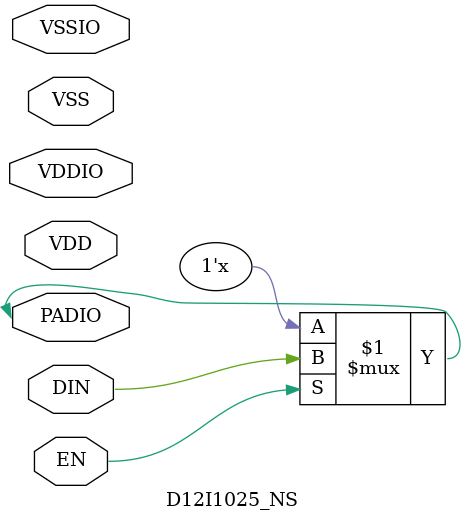
<source format=v>
`timescale 1ns / 1ps

module I1025_NS(PADIO,VSS,VDDIO,VDD,R_EN,VSSIO,DOUT);

input PADIO;
inout VSS;
inout VDDIO;
inout VDD;
input R_EN;
inout VSSIO;
output DOUT; 

assign #1 DOUT =  R_EN ? PADIO : 1'bz ;


endmodule



module D12I1025_NS(PADIO,VSS,EN,VDDIO,VDD,VSSIO,DIN);

inout PADIO;
inout VSS;
input EN;
inout VDDIO;
inout VDD;
inout VSSIO;
input DIN; 

assign #1 PADIO =  EN ? DIN : 1'bz ;

endmodule
</source>
